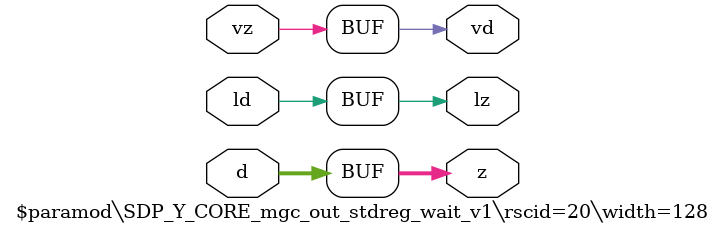
<source format=v>
module \$paramod\SDP_Y_CORE_mgc_out_stdreg_wait_v1\rscid=20\width=128 (ld, vd, d, lz, vz, z);
  (* src = "./vmod/nvdla/sdp/NV_NVDLA_SDP_CORE_Y_core.v:47" *)
  input [127:0] d;
  (* src = "./vmod/nvdla/sdp/NV_NVDLA_SDP_CORE_Y_core.v:45" *)
  input ld;
  (* src = "./vmod/nvdla/sdp/NV_NVDLA_SDP_CORE_Y_core.v:48" *)
  output lz;
  (* src = "./vmod/nvdla/sdp/NV_NVDLA_SDP_CORE_Y_core.v:46" *)
  output vd;
  (* src = "./vmod/nvdla/sdp/NV_NVDLA_SDP_CORE_Y_core.v:49" *)
  input vz;
  (* src = "./vmod/nvdla/sdp/NV_NVDLA_SDP_CORE_Y_core.v:50" *)
  output [127:0] z;
  assign lz = ld;
  assign vd = vz;
  assign z = d;
endmodule

</source>
